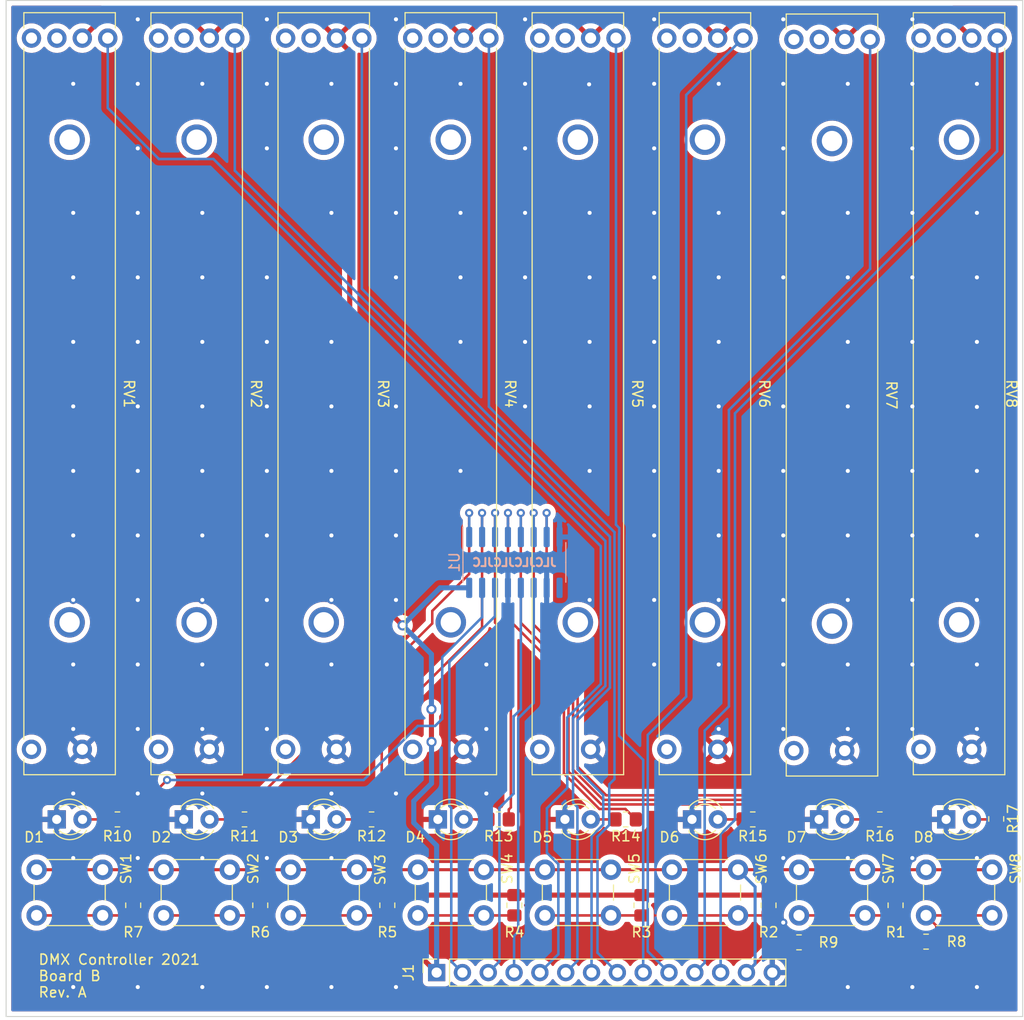
<source format=kicad_pcb>
(kicad_pcb (version 20210424) (generator pcbnew)
  (title_block (title "8 Channel DMX Controller Board 1") (rev "A") (comment 1 "Open source at GitHub: https://github.com/Gabriel-06/dmx-controller/") (comment 2 "Copyright 2021 Gabriel Csizmadia"))
  (layers (0 "F.Cu" signal) (31 "B.Cu" signal) (34 "B.Paste" user) (35 "F.Paste" user) (36 "B.SilkS" user "B.Silkscreen") (37 "F.SilkS" user "F.Silkscreen") (38 "B.Mask" user) (39 "F.Mask" user) (44 "Edge.Cuts" user))
  (net 0 "")
  (net 1 "Net-(D1-Pad2)")
  (net 2 "GND")
  (net 3 "Net-(D2-Pad2)")
  (net 4 "Net-(D3-Pad2)")
  (net 5 "Net-(D4-Pad2)")
  (net 6 "Net-(D5-Pad2)")
  (net 7 "Net-(D6-Pad2)")
  (net 8 "Net-(D7-Pad2)")
  (net 9 "Net-(D8-Pad2)")
  (net 10 "Net-(R1-Pad2)")
  (net 11 "+5V")
  (net 12 "Net-(R2-Pad2)")
  (net 13 "Net-(R3-Pad2)")
  (net 14 "Net-(R4-Pad2)")
  (net 15 "Net-(R8-Pad2)")
  (net 16 "A8")
  (net 17 "A0")
  (net 18 "A1")
  (net 19 "A2")
  (net 20 "A3")
  (net 21 "A4")
  (net 22 "A5")
  (net 23 "A6")
  (net 24 "A7")
  (net 25 "RCLK")
  (net 26 "Net-(R5-Pad2)")
  (net 27 "SRCLK")
  (net 28 "SER")
  (net 29 "LED0")
  (net 30 "LED1")
  (net 31 "LED2")
  (net 32 "LED3")
  (net 33 "LED4")
  (net 34 "LED5")
  (net 35 "LED6")
  (net 36 "LED7")
  (net 37 "Net-(R6-Pad2)")
  (net 38 "Net-(R7-Pad2)")
  (footprint "Potentiometer_THT:Potentiometer_Alps_RS6011SP" (layer "F.Cu") (at 290.745 106.7 -90)
    (fp_text reference "RV6")
    (fp_text value "Fader 5")
  )
  (footprint "Resistor_SMD:R_0805_2012Metric_Pad1.20x1.40mm_HandSolder" (layer "F.Cu") (at 319.4 148.55 -90)
    (fp_text reference "R17")
    (fp_text value "120")
  )
  (footprint "Potentiometer_THT:Potentiometer_Alps_RS6011SP" (layer "F.Cu") (at 315.745 106.7 -90)
    (fp_text reference "RV8")
    (fp_text value "Fader 7")
  )
  (footprint "Potentiometer_THT:Potentiometer_Alps_RS6011SP" (layer "F.Cu") (at 240.745 106.7 -90)
    (fp_text reference "RV2")
    (fp_text value "Fader 1")
  )
  (footprint "Potentiometer_THT:Potentiometer_Alps_RS6011SP" (layer "F.Cu") (at 265.745 106.7 -90)
    (fp_text reference "RV4")
    (fp_text value "Fader 3")
  )
  (footprint "Potentiometer_THT:Potentiometer_Alps_RS6011SP" (layer "F.Cu") (at 303.245 106.83 -90)
    (fp_text reference "RV7")
    (fp_text value "Fader 6")
  )
  (footprint "Button_Switch_THT:SW_PUSH_6mm_H13mm" (layer "F.Cu") (at 275 153.55)
    (fp_text reference "SW5")
    (fp_text value "Button 4")
  )
  (footprint "Button_Switch_THT:SW_PUSH_6mm_H13mm" (layer "F.Cu") (at 300 153.55)
    (fp_text reference "SW7")
    (fp_text value "Button 6")
  )
  (footprint "Resistor_SMD:R_0805_2012Metric_Pad1.20x1.40mm_HandSolder" (layer "F.Cu") (at 259.5 157.05 -90)
    (fp_text reference "R3")
    (fp_text value "3k")
  )
  (footprint "Resistor_SMD:R_0805_2012Metric_Pad1.20x1.40mm_HandSolder" (layer "F.Cu") (at 309.5 157.05 -90)
    (fp_text reference "R7")
    (fp_text value "7k")
  )
  (footprint "Resistor_SMD:R_0805_2012Metric_Pad1.20x1.40mm_HandSolder" (layer "F.Cu") (at 300 160.7)
    (fp_text reference "R9")
    (fp_text value "100k")
  )
  (footprint "Resistor_SMD:R_0805_2012Metric_Pad1.20x1.40mm_HandSolder" (layer "F.Cu") (at 247 157.05 -90)
    (fp_text reference "R2")
    (fp_text value "2k")
  )
  (footprint "Resistor_SMD:R_0805_2012Metric_Pad1.20x1.40mm_HandSolder" (layer "F.Cu") (at 272 157.05 -90)
    (fp_text reference "R4")
    (fp_text value "4k")
  )
  (footprint "Button_Switch_THT:SW_PUSH_6mm_H13mm" (layer "F.Cu") (at 237.5 153.55)
    (fp_text reference "SW2")
    (fp_text value "Button 1")
  )
  (footprint "Connector_PinSocket_2.54mm:PinSocket_1x14_P2.54mm_Vertical" (layer "F.Cu") (at 264.35 163.675 90)
    (fp_text reference "J1")
    (fp_text value "Conn_01x14")
  )
  (footprint "Button_Switch_THT:SW_PUSH_6mm_H13mm" (layer "F.Cu") (at 287.5 153.55)
    (fp_text reference "SW6")
    (fp_text value "Button 5")
  )
  (footprint "Resistor_SMD:R_0805_2012Metric_Pad1.20x1.40mm_HandSolder" (layer "F.Cu") (at 284.5 157.05 -90)
    (fp_text reference "R5")
    (fp_text value "5k")
  )
  (footprint "LED_THT:LED_D3.0mm" (layer "F.Cu") (at 289.475 148.6)
    (fp_text reference "D6")
    (fp_text value "LED 5")
  )
  (footprint "Button_Switch_THT:SW_PUSH_6mm_H13mm" (layer "F.Cu") (at 225 153.55)
    (fp_text reference "SW1")
    (fp_text value "Button 0")
  )
  (footprint "LED_THT:LED_D3.0mm" (layer "F.Cu") (at 301.975 148.6)
    (fp_text reference "D7")
    (fp_text value "LED 6")
  )
  (footprint "LED_THT:LED_D3.0mm" (layer "F.Cu") (at 251.975 148.6)
    (fp_text reference "D3")
    (fp_text value "LED 2")
  )
  (footprint "LED_THT:LED_D3.0mm" (layer "F.Cu") (at 226.975 148.6)
    (fp_text reference "D1")
    (fp_text value "LED 0")
  )
  (footprint "Resistor_SMD:R_0805_2012Metric_Pad1.20x1.40mm_HandSolder" (layer "F.Cu") (at 282.95 148.6 180)
    (fp_text reference "R14")
    (fp_text value "120")
  )
  (footprint "Resistor_SMD:R_0805_2012Metric_Pad1.20x1.40mm_HandSolder" (layer "F.Cu") (at 295.45 148.6 180)
    (fp_text reference "R15")
    (fp_text value "120")
  )
  (footprint "Resistor_SMD:R_0805_2012Metric_Pad1.20x1.40mm_HandSolder" (layer "F.Cu") (at 257.95 148.6 180)
    (fp_text reference "R12")
    (fp_text value "120")
  )
  (footprint "Resistor_SMD:R_0805_2012Metric_Pad1.20x1.40mm_HandSolder" (layer "F.Cu") (at 312.5 160.63)
    (fp_text reference "R8")
    (fp_text value "8k")
  )
  (footprint "Resistor_SMD:R_0805_2012Metric_Pad1.20x1.40mm_HandSolder" (layer "F.Cu") (at 270.45 148.6 180)
    (fp_text reference "R13")
    (fp_text value "120")
  )
  (footprint "LED_THT:LED_D3.0mm" (layer "F.Cu") (at 264.475 148.6)
    (fp_text reference "D4")
    (fp_text value "LED 3")
  )
  (footprint "Button_Switch_THT:SW_PUSH_6mm_H13mm" (layer "F.Cu") (at 262.5 153.55)
    (fp_text reference "SW4")
    (fp_text value "Button 3")
  )
  (footprint "Button_Switch_THT:SW_PUSH_6mm_H13mm" (layer "F.Cu") (at 250 153.55)
    (fp_text reference "SW3")
    (fp_text value "Button 2")
  )
  (footprint "Resistor_SMD:R_0805_2012Metric_Pad1.20x1.40mm_HandSolder" (layer "F.Cu") (at 234.5 157.05 -90)
    (fp_text reference "R1")
    (fp_text value "1k")
  )
  (footprint "Resistor_SMD:R_0805_2012Metric_Pad1.20x1.40mm_HandSolder" (layer "F.Cu") (at 307.95 148.6 180)
    (fp_text reference "R16")
    (fp_text value "120")
  )
  (footprint "Resistor_SMD:R_0805_2012Metric_Pad1.20x1.40mm_HandSolder" (layer "F.Cu") (at 297 157.05 -90)
    (fp_text reference "R6")
    (fp_text value "6k")
  )
  (footprint "LED_THT:LED_D3.0mm" (layer "F.Cu") (at 314.475 148.6)
    (fp_text reference "D8")
    (fp_text value "LED 7")
  )
  (footprint "LED_THT:LED_D3.0mm" (layer "F.Cu") (at 276.975 148.6)
    (fp_text reference "D5")
    (fp_text value "LED 4")
  )
  (footprint "Potentiometer_THT:Potentiometer_Alps_RS6011SP" (layer "F.Cu") (at 253.245 106.7 -90)
    (fp_text reference "RV3")
    (fp_text value "Fader 2")
  )
  (footprint "LED_THT:LED_D3.0mm" (layer "F.Cu") (at 239.475 148.6)
    (fp_text reference "D2")
    (fp_text value "LED 1")
  )
  (footprint "Potentiometer_THT:Potentiometer_Alps_RS6011SP" (layer "F.Cu") (at 228.245 106.7 -90)
    (fp_text reference "RV1")
    (fp_text value "Fader 0")
  )
  (footprint "Potentiometer_THT:Potentiometer_Alps_RS6011SP" (layer "F.Cu") (at 278.245 106.7 -90)
    (fp_text reference "RV5")
    (fp_text value "Fader 4")
  )
  (footprint "Resistor_SMD:R_0805_2012Metric_Pad1.20x1.40mm_HandSolder" (layer "F.Cu") (at 232.95 148.6 180)
    (fp_text reference "R10")
    (fp_text value "120")
  )
  (footprint "Button_Switch_THT:SW_PUSH_6mm_H13mm" (layer "F.Cu") (at 312.5 153.55)
    (fp_text reference "SW8")
    (fp_text value "Button 7")
  )
  (footprint "Resistor_SMD:R_0805_2012Metric_Pad1.20x1.40mm_HandSolder" (layer "F.Cu") (at 245.45 148.6 180)
    (fp_text reference "R11")
    (fp_text value "120")
  )
  (footprint "Package_SO:SOP-16_3.9x9.9mm_P1.27mm" (layer "B.Cu") (at 272 123.305 -90)
    (fp_text reference "U1")
    (fp_text value "74HC595")
  )
  (gr_line (start 222 68) (end 222 168) (layer "Edge.Cuts") (width 0.1))
  (gr_line (start 322 68) (end 322 168) (layer "Edge.Cuts") (width 0.1))
  (gr_line (start 222 68) (end 322 68) (layer "Edge.Cuts") (width 0.1))
  (gr_line (start 322 168) (end 222 168) (layer "Edge.Cuts") (width 0.1))
  (gr_text "JLCJLCJLCJLC" (at 272 123.305) (layer "B.SilkS") (effects (font (size 0.8 0.8) (thickness 0.2)) (justify mirror)))
  (gr_text "\nDMX Controller 2021\nBoard B\nRev. A" (at 225.1 163.2) (layer "F.SilkS") (effects (font (size 1 1)) (justify left)))
  (segment (start 229.515 148.6) (end 231.95 148.6) (width 0.25) (layer "F.Cu") (net 1))
  (via (at 285.75 127) (size 0.8) (drill 0.4) (layers "F.Cu" "B.Cu") (net 2))
  (via (at 266.7 101.6) (size 0.8) (drill 0.4) (layers "F.Cu" "B.Cu") (net 2))
  (via (at 234.95 133.35) (size 0.8) (drill 0.4) (layers "F.Cu" "B.Cu") (net 2))
  (via (at 304.8 76.2) (size 0.8) (drill 0.4) (layers "F.Cu" "B.Cu") (net 2))
  (via (at 247.65 139.7) (size 0.8) (drill 0.4) (layers "F.Cu" "B.Cu") (net 2))
  (via (at 228.6 165.1) (size 0.8) (drill 0.4) (layers "F.Cu" "B.Cu") (net 2))
  (via (at 298.45 133.35) (size 0.8) (drill 0.4) (layers "F.Cu" "B.Cu") (net 2))
  (via (at 279.4 127) (size 0.8) (drill 0.4) (layers "F.Cu" "B.Cu") (net 2))
  (via (at 241.3 95.25) (size 0.8) (drill 0.4) (layers "F.Cu" "B.Cu") (net 2))
  (via (at 285.75 76.2) (size 0.8) (drill 0.4) (layers "F.Cu" "B.Cu") (net 2))
  (via (at 285.75 69.85) (size 0.8) (drill 0.4) (layers "F.Cu" "B.Cu") (net 2))
  (via (at 292.1 107.95) (size 0.8) (drill 0.4) (layers "F.Cu" "B.Cu") (net 2))
  (via (at 254 133.35) (size 0.8) (drill 0.4) (layers "F.Cu" "B.Cu") (net 2))
  (via (at 311.15 114.3) (size 0.8) (drill 0.4) (layers "F.Cu" "B.Cu") (net 2))
  (via (at 247.65 76.2) (size 0.8) (drill 0.4) (layers "F.Cu" "B.Cu") (net 2))
  (via (at 241.3 127) (size 0.8) (drill 0.4) (layers "F.Cu" "B.Cu") (net 2))
  (via (at 298.45 88.9) (size 0.8) (drill 0.4) (layers "F.Cu" "B.Cu") (net 2))
  (via (at 234.95 69.85) (size 0.8) (drill 0.4) (layers "F.Cu" "B.Cu") (net 2))
  (via (at 285.75 120.65) (size 0.8) (drill 0.4) (layers "F.Cu" "B.Cu") (net 2))
  (via (at 260.35 69.85) (size 0.8) (drill 0.4) (layers "F.Cu" "B.Cu") (net 2))
  (via (at 317.5 101.6) (size 0.8) (drill 0.4) (layers "F.Cu" "B.Cu") (net 2))
  (via (at 228.6 127) (size 0.8) (drill 0.4) (layers "F.Cu" "B.Cu") (net 2))
  (via (at 269.24 133.35) (size 0.8) (drill 0.4) (layers "F.Cu" "B.Cu") (net 2))
  (via (at 266.7 76.2) (size 0.8) (drill 0.4) (layers "F.Cu" "B.Cu") (net 2))
  (via (at 317.5 127) (size 0.8) (drill 0.4) (layers "F.Cu" "B.Cu") (net 2))
  (via (at 254 88.9) (size 0.8) (drill 0.4) (layers "F.Cu" "B.Cu") (net 2))
  (via (at 273.05 107.95) (size 0.8) (drill 0.4) (layers "F.Cu" "B.Cu") (net 2))
  (via (at 247.65 101.6) (size 0.8) (drill 0.4) (layers "F.Cu" "B.Cu") (net 2))
  (via (at 241.3 76.2) (size 0.8) (drill 0.4) (layers "F.Cu" "B.Cu") (net 2))
  (via (at 292.1 114.3) (size 0.8) (drill 0.4) (layers "F.Cu" "B.Cu") (net 2))
  (via (at 234.95 95.25) (size 0.8) (drill 0.4) (layers "F.Cu" "B.Cu") (net 2))
  (via (at 279.4 114.3) (size 0.8) (drill 0.4) (layers "F.Cu" "B.Cu") (net 2))
  (via (at 311.15 139.7) (size 0.8) (drill 0.4) (layers "F.Cu" "B.Cu") (net 2))
  (via (at 311.15 120.65) (size 0.8) (drill 0.4) (layers "F.Cu" "B.Cu") (net 2))
  (via (at 228.6 76.2) (size 0.8) (drill 0.4) (layers "F.Cu" "B.Cu") (net 2))
  (via (at 317.5 165.1) (size 0.8) (drill 0.4) (layers "F.Cu" "B.Cu") (net 2))
  (via (at 304.8 88.9) (size 0.8) (drill 0.4) (layers "F.Cu" "B.Cu") (net 2))
  (via (at 247.65 114.3) (size 0.8) (drill 0.4) (layers "F.Cu" "B.Cu") (net 2))
  (via (at 298.45 158.75) (size 0.8) (drill 0.4) (layers "F.Cu" "B.Cu") (net 2))
  (via (at 311.15 69.85) (size 0.8) (drill 0.4) (layers "F.Cu" "B.Cu") (net 2))
  (via (at 234.95 127) (size 0.8) (drill 0.4) (layers "F.Cu" "B.Cu") (net 2))
  (via (at 279.4 88.9) (size 0.8) (drill 0.4) (layers "F.Cu" "B.Cu") (net 2))
  (via (at 247.65 82.55) (size 0.8) (drill 0.4) (layers "F.Cu" "B.Cu") (net 2))
  (via (at 311.15 76.2) (size 0.8) (drill 0.4) (layers "F.Cu" "B.Cu") (net 2))
  (via (at 266.7 88.9) (size 0.8) (drill 0.4) (layers "F.Cu" "B.Cu") (net 2))
  (via (at 285.75 82.55) (size 0.8) (drill 0.4) (layers "F.Cu" "B.Cu") (net 2))
  (via (at 234.95 114.3) (size 0.8) (drill 0.4) (layers "F.Cu" "B.Cu") (net 2))
  (via (at 311.15 133.35) (size 0.8) (drill 0.4) (layers "F.Cu" "B.Cu") (net 2))
  (via (at 260.35 95.25) (size 0.8) (drill 0.4) (layers "F.Cu" "B.Cu") (net 2))
  (via (at 298.45 95.25) (size 0.8) (drill 0.4) (layers "F.Cu" "B.Cu") (net 2))
  (via (at 234.95 88.9) (size 0.8) (drill 0.4) (layers "F.Cu" "B.Cu") (net 2))
  (via (at 228.6 152.4) (size 0.8) (drill 0.4) (layers "F.Cu" "B.Cu") (net 2))
  (via (at 279.4 101.6) (size 0.8) (drill 0.4) (layers "F.Cu" "B.Cu") (net 2))
  (via (at 247.65 120.65) (size 0.8) (drill 0.4) (layers "F.Cu" "B.Cu") (net 2))
  (via (at 254 127) (size 0.8) (drill 0.4) (layers "F.Cu" "B.Cu") (net 2))
  (via (at 285.75 133.35) (size 0.8) (drill 0.4) (layers "F.Cu" "B.Cu") (net 2))
  (via (at 311.15 88.9) (size 0.8) (drill 0.4) (layers "F.Cu" "B.Cu") (net 2))
  (via (at 228.6 95.25) (size 0.8) (drill 0.4) (layers "F.Cu" "B.Cu") (net 2))
  (via (at 228.6 107.95) (size 0.8) (drill 0.4) (layers "F.Cu" "B.Cu") (net 2))
  (via (at 317.5 152.4) (size 0.8) (drill 0.4) (layers "F.Cu" "B.Cu") (net 2))
  (via (at 273.05 82.55) (size 0.8) (drill 0.4) (layers "F.Cu" "B.Cu") (net 2))
  (via (at 292.1 88.9) (size 0.8) (drill 0.4) (layers "F.Cu" "B.Cu") (net 2))
  (via (at 260.35 146.05) (size 0.8) (drill 0.4) (layers "F.Cu" "B.Cu") (net 2))
  (via (at 254 114.3) (size 0.8) (drill 0.4) (layers "F.Cu" "B.Cu") (net 2))
  (via (at 285.75 101.6) (size 0.8) (drill 0.4) (layers "F.Cu" "B.Cu") (net 2))
  (via (at 304.8 120.65) (size 0.8) (drill 0.4) (layers "F.Cu" "B.Cu") (net 2))
  (via (at 241.3 120.65) (size 0.8) (drill 0.4) (layers "F.Cu" "B.Cu") (net 2))
  (via (at 260.35 165.1) (size 0.8) (drill 0.4) (layers "F.Cu" "B.Cu") (net 2))
  (via (at 279.4 95.25) (size 0.8) (drill 0.4) (layers "F.Cu" "B.Cu") (net 2))
  (via (at 304.8 139.7) (size 0.8) (drill 0.4) (layers "F.Cu" "B.Cu") (net 2))
  (via (at 279.4 107.95) (size 0.8) (drill 0.4) (layers "F.Cu" "B.Cu") (net 2))
  (via (at 317.5 120.65) (size 0.8) (drill 0.4) (layers "F.Cu" "B.Cu") (net 2))
  (via (at 234.95 101.6) (size 0.8) (drill 0.4) (layers "F.Cu" "B.Cu") (net 2))
  (via (at 228.6 101.6) (size 0.8) (drill 0.4) (layers "F.Cu" "B.Cu") (net 2))
  (via (at 298.45 139.7) (size 0.8) (drill 0.4) (layers "F.Cu" "B.Cu") (net 2))
  (via (at 311.15 95.25) (size 0.8) (drill 0.4) (layers "F.Cu" "B.Cu") (net 2))
  (via (at 311.15 165.1) (size 0.8) (drill 0.4) (layers "F.Cu" "B.Cu") (net 2))
  (via (at 292.1 133.35) (size 0.8) (drill 0.4) (layers "F.Cu" "B.Cu") (net 2))
  (via (at 273.05 88.9) (size 0.8) (drill 0.4) (layers "F.Cu" "B.Cu") (net 2))
  (via (at 317.5 133.35) (size 0.8) (drill 0.4) (layers "F.Cu" "B.Cu") (net 2))
  (via (at 241.3 114.3) (size 0.8) (drill 0.4) (layers "F.Cu" "B.Cu") (net 2))
  (via (at 234.95 139.7) (size 0.8) (drill 0.4) (layers "F.Cu" "B.Cu") (net 2))
  (via (at 279.35 76.25) (size 0.8) (drill 0.4) (layers "F.Cu" "B.Cu") (net 2))
  (via (at 247.65 127) (size 0.8) (drill 0.4) (layers "F.Cu" "B.Cu") (net 2))
  (via (at 304.8 133.35) (size 0.8) (drill 0.4) (layers "F.Cu" "B.Cu") (net 2))
  (via (at 234.95 107.95) (size 0.8) (drill 0.4) (layers "F.Cu" "B.Cu") (net 2))
  (via (at 285.75 95.25) (size 0.8) (drill 0.4) (layers "F.Cu" "B.Cu") (net 2))
  (via (at 241.3 107.95) (size 0.8) (drill 0.4) (layers "F.Cu" "B.Cu") (net 2))
  (via (at 260.35 82.55) (size 0.8) (drill 0.4) (layers "F.Cu" "B.Cu") (net 2))
  (via (at 298.45 69.85) (size 0.8) (drill 0.4) (layers "F.Cu" "B.Cu") (net 2))
  (via (at 292.1 95.25) (size 0.8) (drill 0.4) (layers "F.Cu" "B.Cu") (net 2))
  (via (at 241.3 101.6) (size 0.8) (drill 0.4) (layers "F.Cu" "B.Cu") (net 2))
  (via (at 298.45 127) (size 0.8) (drill 0.4) (layers "F.Cu" "B.Cu") (net 2))
  (via (at 304.8 95.25) (size 0.8) (drill 0.4) (layers "F.Cu" "B.Cu") (net 2))
  (via (at 266.7 114.3) (size 0.8) (drill 0.4) (layers "F.Cu" "B.Cu") (net 2))
  (via (at 260.35 114.3) (size 0.8) (drill 0.4) (layers "F.Cu" "B.Cu") (net 2))
  (via (at 228.6 88.9) (size 0.8) (drill 0.4) (layers "F.Cu" "B.Cu") (net 2))
  (via (at 234.95 82.55) (size 0.8) (drill 0.4) (layers "F.Cu" "B.Cu") (net 2))
  (via (at 292.1 120.65) (size 0.8) (drill 0.4) (layers "F.Cu" "B.Cu") (net 2))
  (via (at 260.35 76.2) (size 0.8) (drill 0.4) (layers "F.Cu" "B.Cu") (net 2))
  (via (at 304.8 107.95) (size 0.8) (drill 0.4) (layers "F.Cu" "B.Cu") (net 2))
  (via (at 273.05 95.25) (size 0.8) (drill 0.4) (layers "F.Cu" "B.Cu") (net 2))
  (via (at 298.45 76.2) (size 0.8) (drill 0.4) (layers "F.Cu" "B.Cu") (net 2))
  (via (at 234.95 120.65) (size 0.8) (drill 0.4) (layers "F.Cu" "B.Cu") (net 2))
  (via (at 298.45 120.65) (size 0.8) (drill 0.4) (layers "F.Cu" "B.Cu") (net 2))
  (via (at 247.65 69.85) (size 0.8) (drill 0.4) (layers "F.Cu" "B.Cu") (net 2))
  (via (at 254 120.65) (size 0.8) (drill 0.4) (layers "F.Cu" "B.Cu") (net 2))
  (via (at 241.3 133.35) (size 0.8) (drill 0.4) (layers "F.Cu" "B.Cu") (net 2))
  (via (at 269.24 139.7) (size 0.8) (drill 0.4) (layers "F.Cu" "B.Cu") (net 2))
  (via (at 317.5 95.25) (size 0.8) (drill 0.4) (layers "F.Cu" "B.Cu") (net 2))
  (via (at 234.95 146.05) (size 0.8) (drill 0.4) (layers "F.Cu" "B.Cu") (net 2))
  (via (at 273.05 101.6) (size 0.8) (drill 0.4) (layers "F.Cu" "B.Cu") (net 2))
  (via (at 292.1 139.7) (size 0.8) (drill 0.4) (layers "F.Cu" "B.Cu") (net 2))
  (via (at 234.95 76.2) (size 0.8) (drill 0.4) (layers "F.Cu" "B.Cu") (net 2))
  (via (at 311.15 107.95) (size 0.8) (drill 0.4) (layers "F.Cu" "B.Cu") (net 2))
  (via (at 273.05 69.85) (size 0.8) (drill 0.4) (layers "F.Cu" "B.Cu") (net 2))
  (via (at 260.35 88.9) (size 0.8) (drill 0.4) (layers "F.Cu" "B.Cu") (net 2))
  (via (at 234.95 152.4) (size 0.8) (drill 0.4) (layers "F.Cu" "B.Cu") (net 2))
  (via (at 311.15 82.55) (size 0.8) (drill 0.4) (layers "F.Cu" "B.Cu") (net 2))
  (via (at 228.6 133.35) (size 0.8) (drill 0.4) (layers "F.Cu" "B.Cu") (net 2))
  (via (at 298.45 114.3) (size 0.8) (drill 0.4) (layers "F.Cu" "B.Cu") (net 2))
  (via (at 228.6 146.05) (size 0.8) (drill 0.4) (layers "F.Cu" "B.Cu") (net 2))
  (via (at 247.65 107.95) (size 0.8) (drill 0.4) (layers "F.Cu" "B.Cu") (net 2))
  (via (at 241.3 88.9) (size 0.8) (drill 0.4) (layers "F.Cu" "B.Cu") (net 2))
  (via (at 317.5 88.9) (size 0.8) (drill 0.4) (layers "F.Cu" "B.Cu") (net 2))
  (via (at 247.65 152.4) (size 0.8) (drill 0.4) (layers "F.Cu" "B.Cu") (net 2))
  (via (at 304.8 165.1) (size 0.8) (drill 0.4) (layers "F.Cu" "B.Cu") (net 2))
  (via (at 260.35 107.95) (size 0.8) (drill 0.4) (layers "F.Cu" "B.Cu") (net 2))
  (via (at 247.65 133.35) (size 0.8) (drill 0.4) (layers "F.Cu" "B.Cu") (net 2))
  (via (at 241.3 139.7) (size 0.8) (drill 0.4) (layers "F.Cu" "B.Cu") (net 2))
  (via (at 273.05 76.2) (size 0.8) (drill 0.4) (layers "F.Cu" "B.Cu") (net 2))
  (via (at 304.8 152.4) (size 0.8) (drill 0.4) (layers "F.Cu" "B.Cu") (net 2))
  (via (at 317.5 76.2) (size 0.8) (drill 0.4) (layers "F.Cu" "B.Cu") (net 2))
  (via (at 311.15 127) (size 0.8) (drill 0.4) (layers "F.Cu" "B.Cu") (net 2))
  (via (at 311.15 101.6) (size 0.8) (drill 0.4) (layers "F.Cu" "B.Cu") (net 2))
  (via (at 234.95 165.1) (size 0.8) (drill 0.4) (layers "F.Cu" "B.Cu") (net 2))
  (via (at 298.45 152.4) (size 0.8) (drill 0.4) (layers "F.Cu" "B.Cu") (net 2))
  (via (at 317.5 139.7) (size 0.8) (drill 0.4) (layers "F.Cu" "B.Cu") (net 2))
  (via (at 254 165.1) (size 0.8) (drill 0.4) (layers "F.Cu" "B.Cu") (net 2))
  (via (at 228.6 139.7) (size 0.8) (drill 0.4) (layers "F.Cu" "B.Cu") (net 2))
  (via (at 292.1 127) (size 0.8) (drill 0.4) (layers "F.Cu" "B.Cu") (net 2))
  (via (at 317.5 108) (size 0.8) (drill 0.4) (layers "F.Cu" "B.Cu") (net 2))
  (via (at 254 76.2) (size 0.8) (drill 0.4) (layers "F.Cu" "B.Cu") (net 2))
  (via (at 292.1 101.6) (size 0.8) (drill 0.4) (layers "F.Cu" "B.Cu") (net 2))
  (via (at 241.3 152.4) (size 0.8) (drill 0.4) (layers "F.Cu" "B.Cu") (net 2))
  (via (at 260.35 127) (size 0.8) (drill 0.4) (layers "F.Cu" "B.Cu") (net 2))
  (via (at 254 101.6) (size 0.8) (drill 0.4) (layers "F.Cu" "B.Cu") (net 2))
  (via (at 247.65 95.25) (size 0.8) (drill 0.4) (layers "F.Cu" "B.Cu") (net 2))
  (via (at 285.75 88.9) (size 0.8) (drill 0.4) (layers "F.Cu" "B.Cu") (net 2))
  (via (at 241.3 165.1) (size 0.8) (drill 0.4) (layers "F.Cu" "B.Cu") (net 2))
  (via (at 304.8 114.3) (size 0.8) (drill 0.4) (layers "F.Cu" "B.Cu") (net 2))
  (via (at 311.15 152.4) (size 0.8) (drill 0.4) (layers "F.Cu" "B.Cu") (net 2))
  (via (at 254 152.4) (size 0.8) (drill 0.4) (layers "F.Cu" "B.Cu") (net 2))
  (via (at 304.8 101.6) (size 0.8) (drill 0.4) (layers "F.Cu" "B.Cu") (net 2))
  (via (at 228.6 120.65) (size 0.8) (drill 0.4) (layers "F.Cu" "B.Cu") (net 2))
  (via (at 292.1 76.2) (size 0.8) (drill 0.4) (layers "F.Cu" "B.Cu") (net 2))
  (via (at 254 146.05) (size 0.8) (drill 0.4) (layers "F.Cu" "B.Cu") (net 2))
  (via (at 298.45 82.55) (size 0.8) (drill 0.4) (layers "F.Cu" "B.Cu") (net 2))
  (via (at 317.5 114.3) (size 0.8) (drill 0.4) (layers "F.Cu" "B.Cu") (net 2))
  (via (at 304.8 127) (size 0.8) (drill 0.4) (layers "F.Cu" "B.Cu") (net 2))
  (via (at 285.75 114.3) (size 0.8) (drill 0.4) (layers "F.Cu" "B.Cu") (net 2))
  (via (at 260.35 120.65) (size 0.8) (drill 0.4) (layers "F.Cu" "B.Cu") (net 2))
  (via (at 254 107.95) (size 0.8) (drill 0.4) (layers "F.Cu" "B.Cu") (net 2))
  (via (at 266.7 95.25) (size 0.8) (drill 0.4) (layers "F.Cu" "B.Cu") (net 2))
  (via (at 228.6 114.3) (size 0.8) (drill 0.4) (layers "F.Cu" "B.Cu") (net 2))
  (via (at 247.65 165.1) (size 0.8) (drill 0.4) (layers "F.Cu" "B.Cu") (net 2))
  (via (at 269.24 146.05) (size 0.8) (drill 0.4) (layers "F.Cu" "B.Cu") (net 2))
  (via (at 285.75 107.95) (size 0.8) (drill 0.4) (layers "F.Cu" "B.Cu") (net 2))
  (via (at 241.3 146.05) (size 0.8) (drill 0.4) (layers "F.Cu" "B.Cu") (net 2))
  (via (at 298.45 107.95) (size 0.8) (drill 0.4) (layers "F.Cu" "B.Cu") (net 2))
  (segment (start 242.015 148.6) (end 244.45 148.6) (width 0.25) (layer "F.Cu") (net 3))
  (segment (start 256.95 148.6) (end 254.515 148.6) (width 0.25) (layer "F.Cu") (net 4))
  (segment (start 269.45 148.6) (end 267.015 148.6) (width 0.25) (layer "F.Cu") (net 5))
  (segment (start 279.515 148.6) (end 281.95 148.6) (width 0.25) (layer "F.Cu") (net 6))
  (segment (start 294.45 148.6) (end 292.015 148.6) (width 0.25) (layer "F.Cu") (net 7))
  (segment (start 306.95 148.6) (end 304.515 148.6) (width 0.25) (layer "F.Cu") (net 8))
  (segment (start 317.015 148.6) (end 318.45 148.6) (width 0.25) (layer "F.Cu") (net 9))
  (segment (start 318.45 148.6) (end 319.4 149.55) (width 0.25) (layer "F.Cu") (net 9))
  (segment (start 234.5 158.05) (end 225 158.05) (width 0.25) (layer "F.Cu") (net 10))
  (segment (start 310.64952 159.25048) (end 310.64952 159.77952) (width 0.5) (layer "F.Cu") (net 11))
  (segment (start 263.84 140.96) (end 263.85 140.97) (width 0.5) (layer "F.Cu") (net 11))
  (segment (start 309.5 156.05) (end 310.64952 157.19952) (width 0.5) (layer "F.Cu") (net 11))
  (segment (start 279.495 71.7) (end 276.795489 69.000489) (width 0.5) (layer "F.Cu") (net 11))
  (segment (start 234.5 156.05) (end 247 156.05) (width 0.5) (layer "F.Cu") (net 11))
  (segment (start 260.64952 159.97452) (end 264.35 163.675) (width 0.5) (layer "F.Cu") (net 11))
  (segment (start 251.795489 69.000489) (end 244.694511 69.000489) (width 0.5) (layer "F.Cu") (net 11))
  (segment (start 241.995 71.7) (end 239.295489 69.000489) (width 0.5) (layer "F.Cu") (net 11))
  (segment (start 255.8 73.005) (end 255.8 124.3) (width 0.5) (layer "F.Cu") (net 11))
  (segment (start 314.295489 69.000489) (end 307.324511 69.000489) (width 0.5) (layer "F.Cu") (net 11))
  (segment (start 259.5 156.05) (end 260.64952 157.19952) (width 0.5) (layer "F.Cu") (net 11))
  (segment (start 310.64952 159.77952) (end 311.5 160.63) (width 0.5) (layer "F.Cu") (net 11))
  (segment (start 255.8 124.3) (end 261 129.5) (width 0.5) (layer "F.Cu") (net 11))
  (segment (start 259.5 156.05) (end 272 156.05) (width 0.5) (layer "F.Cu") (net 11))
  (segment (start 244.694511 69.000489) (end 241.995 71.7) (width 0.5) (layer "F.Cu") (net 11))
  (segment (start 284.5 156.05) (end 297 156.05) (width 0.5) (layer "F.Cu") (net 11))
  (segment (start 310.64952 157.19952) (end 310.64952 159.25048) (width 0.5) (layer "F.Cu") (net 11))
  (segment (start 239.295489 69.000489) (end 232.194511 69.000489) (width 0.5) (layer "F.Cu") (net 11))
  (segment (start 294.694511 69.000489) (end 291.995 71.7) (width 0.5) (layer "F.Cu") (net 11))
  (segment (start 316.995 71.7) (end 314.295489 69.000489) (width 0.5) (layer "F.Cu") (net 11))
  (segment (start 289.295489 69.000489) (end 282.194511 69.000489) (width 0.5) (layer "F.Cu") (net 11))
  (segment (start 291.995 71.7) (end 289.295489 69.000489) (width 0.5) (layer "F.Cu") (net 11))
  (segment (start 257.194511 69.000489) (end 254.495 71.7) (width 0.5) (layer "F.Cu") (net 11))
  (segment (start 254.495 71.7) (end 255.8 73.005) (width 0.5) (layer "F.Cu") (net 11))
  (segment (start 307.324511 69.000489) (end 304.495 71.83) (width 0.5) (layer "F.Cu") (net 11))
  (segment (start 269.694511 69.000489) (end 266.995 71.7) (width 0.5) (layer "F.Cu") (net 11))
  (segment (start 282.194511 69.000489) (end 279.495 71.7) (width 0.5) (layer "F.Cu") (net 11))
  (segment (start 266.995 71.7) (end 264.295489 69.000489) (width 0.5) (layer "F.Cu") (net 11))
  (segment (start 297 156.05) (end 309.5 156.05) (width 0.5) (layer "F.Cu") (net 11))
  (segment (start 276.795489 69.000489) (end 269.694511 69.000489) (width 0.5) (layer "F.Cu") (net 11))
  (segment (start 304.495 71.83) (end 301.665489 69.000489) (width 0.5) (layer "F.Cu") (net 11))
  (segment (start 272 156.05) (end 284.5 156.05) (width 0.5) (layer "F.Cu") (net 11))
  (segment (start 260.64952 157.19952) (end 260.64952 159.97452) (width 0.5) (layer "F.Cu") (net 11))
  (segment (start 301.665489 69.000489) (end 294.694511 69.000489) (width 0.5) (layer "F.Cu") (net 11))
  (segment (start 232.194511 69.000489) (end 229.495 71.7) (width 0.5) (layer "F.Cu") (net 11))
  (segment (start 247 156.05) (end 259.5 156.05) (width 0.5) (layer "F.Cu") (net 11))
  (segment (start 263.84 137.75) (end 263.84 140.96) (width 0.5) (layer "F.Cu") (net 11))
  (segment (start 254.495 71.7) (end 251.795489 69.000489) (width 0.5) (layer "F.Cu") (net 11))
  (segment (start 264.295489 69.000489) (end 257.194511 69.000489) (width 0.5) (layer "F.Cu") (net 11))
  (via (at 263.85 140.97) (size 1) (drill 0.6) (layers "F.Cu" "B.Cu") (net 11))
  (via (at 261 129.5) (size 1) (drill 0.6) (layers "F.Cu" "B.Cu") (net 11))
  (via (at 263.84 137.75) (size 1) (drill 0.6) (layers "F.Cu" "B.Cu") (net 11))
  (segment (start 262.1 148.924022) (end 264.35 151.174022) (width 0.5) (layer "B.Cu") (net 11))
  (segment (start 263.84 137.75) (end 263.84 132.34) (width 0.5) (layer "B.Cu") (net 11))
  (segment (start 261 129.5) (end 264.695 125.805) (width 0.5) (layer "B.Cu") (net 11))
  (segment (start 262.1 146.8) (end 262.1 148.924022) (width 0.5) (layer "B.Cu") (net 11))
  (segment (start 263.85 145.05) (end 262.1 146.8) (width 0.5) (layer "B.Cu") (net 11))
  (segment (start 264.35 151.174022) (end 264.35 163.675) (width 0.5) (layer "B.Cu") (net 11))
  (segment (start 264.695 125.805) (end 267.555 125.805) (width 0.5) (layer "B.Cu") (net 11))
  (segment (start 263.84 132.34) (end 261 129.5) (width 0.5) (layer "B.Cu") (net 11))
  (segment (start 263.85 140.97) (end 263.85 145.05) (width 0.5) (layer "B.Cu") (net 11))
  (segment (start 247 158.05) (end 237.5 158.05) (width 0.25) (layer "F.Cu") (net 12))
  (segment (start 259.5 158.05) (end 250 158.05) (width 0.25) (layer "F.Cu") (net 13))
  (segment (start 272 158.05) (end 262.5 158.05) (width 0.25) (layer "F.Cu") (net 14))
  (segment (start 312.5 158.05) (end 313.5 159.05) (width 0.25) (layer "F.Cu") (net 15))
  (segment (start 319 158.05) (end 312.5 158.05) (width 0.25) (layer "F.Cu") (net 15))
  (segment (start 313.5 159.05) (end 313.5 160.63) (width 0.25) (layer "F.Cu") (net 15))
  (segment (start 299 160.7) (end 297.805 160.7) (width 0.3) (layer "F.Cu") (net 16))
  (segment (start 312.5 153.55) (end 319 153.55) (width 0.3) (layer "F.Cu") (net 16))
  (segment (start 287.5 153.55) (end 294 153.55) (width 0.3) (layer "F.Cu") (net 16))
  (segment (start 281.5 153.55) (end 287.5 153.55) (width 0.3) (layer "F.Cu") (net 16))
  (segment (start 306.5 153.55) (end 312.5 153.55) (width 0.3) (layer "F.Cu") (net 16))
  (segment (start 300 153.55) (end 306.5 153.55) (width 0.3) (layer "F.Cu") (net 16))
  (segment (start 262.5 153.55) (end 269 153.55) (width 0.3) (layer "F.Cu") (net 16))
  (segment (start 294 153.55) (end 300 153.55) (width 0.3) (layer "F.Cu") (net 16))
  (segment (start 250 153.55) (end 256.5 153.55) (width 0.3) (layer "F.Cu") (net 16))
  (segment (start 297.805 160.7) (end 294.83 163.675) (width 0.3) (layer "F.Cu") (net 16))
  (segment (start 237.5 153.55) (end 244 153.55) (width 0.3) (layer "F.Cu") (net 16))
  (segment (start 250 153.55) (end 244 153.55) (width 0.3) (layer "F.Cu") (net 16))
  (segment (start 231.5 153.55) (end 237.5 153.55) (width 0.3) (layer "F.Cu") (net 16))
  (segment (start 256.5 153.55) (end 262.5 153.55) (width 0.3) (layer "F.Cu") (net 16))
  (segment (start 269 153.55) (end 275 153.55) (width 0.3) (layer "F.Cu") (net 16))
  (segment (start 275 153.55) (end 281.5 153.55) (width 0.3) (layer "F.Cu") (net 16))
  (segment (start 225 153.55) (end 231.5 153.55) (width 0.3) (layer "F.Cu") (net 16))
  (segment (start 295.68 162.825) (end 294.83 163.675) (width 0.3) (layer "B.Cu") (net 16))
  (segment (start 294 153.55) (end 295.68 155.23) (width 0.3) (layer "B.Cu") (net 16))
  (segment (start 295.68 155.23) (end 295.68 162.825) (width 0.3) (layer "B.Cu") (net 16))
  (segment (start 231.995 71.7) (end 231.995 78.570386) (width 0.25) (layer "B.Cu") (net 17))
  (segment (start 276.324511 161.860489) (end 274.51 163.675) (width 0.25) (layer "B.Cu") (net 17))
  (segment (start 231.995 78.570386) (end 237.024614 83.6) (width 0.25) (layer "B.Cu") (net 17))
  (segment (start 280.5 121.71) (end 280.5 135.268117) (width 0.25) (layer "B.Cu") (net 17))
  (segment (start 275.2 151.876858) (end 276.324511 153.001368) (width 0.25) (layer "B.Cu") (net 17))
  (segment (start 276.324511 153.001368) (end 276.324511 161.860489) (width 0.25) (layer "B.Cu") (net 17))
  (segment (start 237.024614 83.6) (end 242.39 83.6) (width 0.25) (layer "B.Cu") (net 17))
  (segment (start 277.2 145.5) (end 275.2 147.5) (width 0.25) (layer "B.Cu") (net 17))
  (segment (start 277.2 138.568117) (end 277.2 145.5) (width 0.25) (layer "B.Cu") (net 17))
  (segment (start 275.2 147.5) (end 275.2 151.876858) (width 0.25) (layer "B.Cu") (net 17))
  (segment (start 280.5 135.268117) (end 277.2 138.568117) (width 0.25) (layer "B.Cu") (net 17))
  (segment (start 242.39 83.6) (end 280.5 121.71) (width 0.25) (layer "B.Cu") (net 17))
  (segment (start 277.05 163.675) (end 278.2 162.525) (width 0.25) (layer "B.Cu") (net 18))
  (segment (start 278.2 147.375978) (end 277.770969 146.946947) (width 0.25) (layer "B.Cu") (net 18))
  (segment (start 244.495 84.739282) (end 244.495 71.7) (width 0.25) (layer "B.Cu") (net 18))
  (segment (start 277.770969 138.632865) (end 280.94952 135.454314) (width 0.25) (layer "B.Cu") (net 18))
  (segment (start 280.94952 135.454314) (end 280.94952 121.193802) (width 0.25) (layer "B.Cu") (net 18))
  (segment (start 278.2 162.525) (end 278.2 147.375978) (width 0.25) (layer "B.Cu") (net 18))
  (segment (start 280.94952 121.193802) (end 244.495 84.739282) (width 0.25) (layer "B.Cu") (net 18))
  (segment (start 277.770969 146.946947) (end 277.770969 138.632865) (width 0.25) (layer "B.Cu") (net 18))
  (segment (start 280.739511 146.20048) (end 278.220489 143.681458) (width 0.25) (layer "B.Cu") (net 19))
  (segment (start 278.220489 138.819063) (end 281.39904 135.640511) (width 0.25) (layer "B.Cu") (net 19))
  (segment (start 280.739511 149.10721) (end 280.739511 146.20048) (width 0.25) (layer "B.Cu") (net 19))
  (segment (start 281.39904 135.640511) (end 281.39904 120.77904) (width 0.25) (layer "B.Cu") (net 19))
  (segment (start 278.220489 143.681458) (end 278.220489 138.819063) (width 0.25) (layer "B.Cu") (net 19))
  (segment (start 279.59 150.256721) (end 280.739511 149.10721) (width 0.25) (layer "B.Cu") (net 19))
  (segment (start 256.995 96.375) (end 256.995 71.7) (width 0.25) (layer "B.Cu") (net 19))
  (segment (start 279.59 163.675) (end 279.59 150.256721) (width 0.25) (layer "B.Cu") (net 19))
  (segment (start 281.39904 120.77904) (end 256.995 96.375) (width 0.25) (layer "B.Cu") (net 19))
  (segment (start 281.84856 144.62856) (end 281.84856 120.35144) (width 0.25) (layer "B.Cu") (net 20))
  (segment (start 280.175489 150.30695) (end 281.33 149.152439) (width 0.25) (layer "B.Cu") (net 20))
  (segment (start 281.33 149.152439) (end 281.33 145.14712) (width 0.25) (layer "B.Cu") (net 20))
  (segment (start 281.33 145.14712) (end 281.84856 144.62856) (width 0.25) (layer "B.Cu") (net 20))
  (segment (start 280.175489 161.720489) (end 280.175489 150.30695) (width 0.25) (layer "B.Cu") (net 20))
  (segment (start 281.84856 120.35144) (end 281.86 120.34) (width 0.25) (layer "B.Cu") (net 20))
  (segment (start 269.495 107.975) (end 269.495 71.7) (width 0.25) (layer "B.Cu") (net 20))
  (segment (start 282.13 163.675) (end 280.175489 161.720489) (width 0.25) (layer "B.Cu") (net 20))
  (segment (start 281.86 120.34) (end 269.495 107.975) (width 0.25) (layer "B.Cu") (net 20))
  (segment (start 284.67 142.738117) (end 282.29808 140.366197) (width 0.25) (layer "B.Cu") (net 21))
  (segment (start 282.29808 140.366197) (end 282.29808 134.30192) (width 0.25) (layer "B.Cu") (net 21))
  (segment (start 281.995 119.595) (end 282.30952 119.90952) (width 0.25) (layer "B.Cu") (net 21))
  (segment (start 281.995 71.7) (end 281.995 119.595) (width 0.25) (layer "B.Cu") (net 21))
  (segment (start 282.29808 134.30192) (end 282.29808 120.50192) (width 0.25) (layer "B.Cu") (net 21))
  (segment (start 282.30952 119.90952) (end 282.30952 120.50192) (width 0.25) (layer "B.Cu") (net 21))
  (segment (start 284.67 163.675) (end 284.67 142.738117) (width 0.25) (layer "B.Cu") (net 21))
  (segment (start 285.11952 161.58452) (end 285.11952 140.287637) (width 0.25) (layer "B.Cu") (net 22))
  (segment (start 288.9 136.507157) (end 288.9 77.295) (width 0.25) (layer "B.Cu") (net 22))
  (segment (start 285.11952 140.287637) (end 288.9 136.507157) (width 0.25) (layer "B.Cu") (net 22))
  (segment (start 287.21 163.675) (end 285.11952 161.58452) (width 0.25) (layer "B.Cu") (net 22))
  (segment (start 288.9 77.295) (end 294.495 71.7) (width 0.25) (layer "B.Cu") (net 22))
  (segment (start 293.105 108.305) (end 306.995 94.415) (width 0.25) (layer "B.Cu") (net 23))
  (segment (start 306.995 94.415) (end 306.995 71.83) (width 0.25) (layer "B.Cu") (net 23))
  (segment (start 290.720489 162.704511) (end 290.720489 139.860489) (width 0.25) (layer "B.Cu") (net 23))
  (segment (start 290.720489 139.860489) (end 293.105 137.475978) (width 0.25) (layer "B.Cu") (net 23))
  (segment (start 293.105 137.475978) (end 293.105 108.305) (width 0.25) (layer "B.Cu") (net 23))
  (segment (start 289.75 163.675) (end 290.720489 162.704511) (width 0.25) (layer "B.Cu") (net 23))
  (segment (start 293.699511 108.630489) (end 319.495 82.835) (width 0.25) (layer "B.Cu") (net 24))
  (segment (start 293.699511 148.64721) (end 293.699511 108.630489) (width 0.25) (layer "B.Cu") (net 24))
  (segment (start 292.29 150.056721) (end 293.699511 148.64721) (width 0.25) (layer "B.Cu") (net 24))
  (segment (start 292.29 163.675) (end 292.29 150.056721) (width 0.25) (layer "B.Cu") (net 24))
  (segment (start 319.495 82.835) (end 319.495 71.7) (width 0.25) (layer "B.Cu") (net 24))
  (segment (start 270.52548 162.57952) (end 270.52548 147.46452) (width 0.25) (layer "B.Cu") (net 25))
  (segment (start 271.956654 138.439511) (end 272.635 137.761165) (width 0.25) (layer "B.Cu") (net 25))
  (segment (start 271.925969 146.064031) (end 271.925969 138.439511) (width 0.25) (layer "B.Cu") (net 25))
  (segment (start 271.925969 138.439511) (end 271.956654 138.439511) (width 0.25) (layer "B.Cu") (net 25))
  (segment (start 269.43 163.675) (end 270.52548 162.57952) (width 0.25) (layer "B.Cu") (net 25))
  (segment (start 272.635 137.761165) (end 272.635 125.805) (width 0.25) (layer "B.Cu") (net 25))
  (segment (start 270.52548 147.46452) (end 271.925969 146.064031) (width 0.25) (layer "B.Cu") (net 25))
  (segment (start 284.5 158.05) (end 275 158.05) (width 0.25) (layer "F.Cu") (net 26))
  (segment (start 271.97 163.675) (end 271.97 160.060978) (width 0.25) (layer "B.Cu") (net 27))
  (segment (start 272.375489 159.655489) (end 272.375489 138.656394) (width 0.25) (layer "B.Cu") (net 27))
  (segment (start 272.375489 138.656394) (end 273.905 137.126883) (width 0.25) (layer "B.Cu") (net 27))
  (segment (start 273.905 137.126883) (end 273.905 125.805) (width 0.25) (layer "B.Cu") (net 27))
  (segment (start 271.97 160.060978) (end 272.375489 159.655489) (width 0.25) (layer "B.Cu") (net 27))
  (segment (start 266.89 163.675) (end 265.790489 162.575489) (width 0.25) (layer "B.Cu") (net 28))
  (segment (start 265.6 147.275978) (end 265.6 133.042406) (width 0.25) (layer "B.Cu") (net 28))
  (segment (start 265.790489 147.466467) (end 265.6 147.275978) (width 0.25) (layer "B.Cu") (net 28))
  (segment (start 265.657594 133.042406) (end 270.095 128.605) (width 0.25) (layer "B.Cu") (net 28))
  (segment (start 265.790489 162.575489) (end 265.790489 147.466467) (width 0.25) (layer "B.Cu") (net 28))
  (segment (start 265.6 133.042406) (end 265.657594 133.042406) (width 0.25) (layer "B.Cu") (net 28))
  (segment (start 270.095 128.605) (end 270.095 125.805) (width 0.25) (layer "B.Cu") (net 28))
  (segment (start 233.95 148.6) (end 237.83 144.72) (width 0.25) (layer "F.Cu") (net 29))
  (via (at 237.83 144.72) (size 0.8) (drill 0.4) (layers "F.Cu" "B.Cu") (net 29))
  (segment (start 264.2 139.4) (end 264.9 138.7) (width 0.25) (layer "B.Cu") (net 29))
  (segment (start 264.9 138.7) (end 264.9 132.9) (width 0.25) (layer "B.Cu") (net 29))
  (segment (start 237.83 144.72) (end 257.172568 144.72) (width 0.25) (layer "B.Cu") (net 29))
  (segment (start 268.825 128.700249) (end 264.9 132.625249) (width 0.25) (layer "B.Cu") (net 29))
  (segment (start 268.825 125.805) (end 268.825 128.700249) (width 0.25) (layer "B.Cu") (net 29))
  (segment (start 257.172568 144.72) (end 262.492568 139.4) (width 0.25) (layer "B.Cu") (net 29))
  (segment (start 262.492568 139.4) (end 264.2 139.4) (width 0.25) (layer "B.Cu") (net 29))
  (segment (start 264.9 132.625249) (end 264.9 132.9) (width 0.25) (layer "B.Cu") (net 29))
  (segment (start 246.45 148.6) (end 246.45 146.78) (width 0.25) (layer "F.Cu") (net 30))
  (segment (start 246.45 146.78) (end 263.920489 129.309511) (width 0.25) (layer "F.Cu") (net 30))
  (segment (start 263.920489 129.309511) (end 263.920489 128.079511) (width 0.25) (layer "F.Cu") (net 30))
  (segment (start 267.55 124.45) (end 267.55 118.435) (width 0.25) (layer "F.Cu") (net 30))
  (segment (start 263.920489 128.079511) (end 267.55 124.45) (width 0.25) (layer "F.Cu") (net 30))
  (via (at 267.55 118.435) (size 0.8) (drill 0.4) (layers "F.Cu" "B.Cu") (net 30))
  (segment (start 267.555 119.485) (end 267.55 119.48) (width 0.25) (layer "B.Cu") (net 30))
  (segment (start 267.555 120.805) (end 267.555 118.44) (width 0.25) (layer "B.Cu") (net 30))
  (segment (start 258.95 148.6) (end 258.95 139.581883) (width 0.25) (layer "F.Cu") (net 31))
  (segment (start 258.95 139.581883) (end 268.82 129.711883) (width 0.25) (layer "F.Cu") (net 31))
  (segment (start 268.82 129.711883) (end 268.82 118.435) (width 0.25) (layer "F.Cu") (net 31))
  (via (at 268.82 118.435) (size 0.8) (drill 0.4) (layers "F.Cu" "B.Cu") (net 31))
  (segment (start 268.82 118.435) (end 268.82 120.8) (width 0.25) (layer "B.Cu") (net 31))
  (segment (start 271.650989 147.42) (end 271.650989 130.780989) (width 0.25) (layer "F.Cu") (net 32))
  (segment (start 271.45 147.620989) (end 271.650989 147.42) (width 0.25) (layer "F.Cu") (net 32))
  (segment (start 271.650989 130.780989) (end 270.1 129.23) (width 0.25) (layer "F.Cu") (net 32))
  (segment (start 271.45 148.6) (end 271.45 147.620989) (width 0.25) (layer "F.Cu") (net 32))
  (segment (start 270.1 129.23) (end 270.1 118.435) (width 0.25) (layer "F.Cu") (net 32))
  (via (at 270.1 118.435) (size 0.8) (drill 0.4) (layers "F.Cu" "B.Cu") (net 32))
  (segment (start 270.1 118.435) (end 270.1 120.8) (width 0.25) (layer "B.Cu") (net 32))
  (segment (start 283.95 148.6) (end 282.92548 147.57548) (width 0.25) (layer "F.Cu") (net 33))
  (segment (start 271.37 128.85) (end 271.37 118.435) (width 0.25) (layer "F.Cu") (net 33))
  (segment (start 280.36548 147.57548) (end 276.871929 144.081929) (width 0.25) (layer "F.Cu") (net 33))
  (segment (start 276.871929 134.351929) (end 271.37 128.85) (width 0.25) (layer "F.Cu") (net 33))
  (segment (start 276.871929 144.081929) (end 276.871929 134.351929) (width 0.25) (layer "F.Cu") (net 33))
  (segment (start 282.92548 147.57548) (end 280.36548 147.57548) (width 0.25) (layer "F.Cu") (net 33))
  (via (at 271.37 118.435) (size 0.8) (drill 0.4) (layers "F.Cu" "B.Cu") (net 33))
  (segment (start 271.365 119.485) (end 271.37 119.48) (width 0.25) (layer "B.Cu") (net 33))
  (segment (start 271.365 119.495) (end 271.37 119.49) (width 0.25) (layer "B.Cu") (net 33))
  (segment (start 271.365 120.805) (end 271.365 118.44) (width 0.25) (layer "B.Cu") (net 33))
  (segment (start 280.551678 147.12596) (end 277.321449 143.89573) (width 0.25) (layer "F.Cu") (net 34))
  (segment (start 277.321449 133.941449) (end 272.63 129.25) (width 0.25) (layer "F.Cu") (net 34))
  (segment (start 294.97596 147.12596) (end 280.551678 147.12596) (width 0.25) (layer "F.Cu") (net 34))
  (segment (start 272.63 129.25) (end 272.63 118.435) (width 0.25) (layer "F.Cu") (net 34))
  (segment (start 296.45 148.6) (end 294.97596 147.12596) (width 0.25) (layer "F.Cu") (net 34))
  (segment (start 277.321449 143.89573) (end 277.321449 133.941449) (width 0.25) (layer "F.Cu") (net 34))
  (via (at 272.63 118.435) (size 0.8) (drill 0.4) (layers "F.Cu" "B.Cu") (net 34))
  (segment (start 272.63 118.435) (end 272.63 120.8) (width 0.25) (layer "B.Cu") (net 34))
  (segment (start 277.770969 143.709533) (end 277.770969 133.300969) (width 0.25) (layer "F.Cu") (net 35))
  (segment (start 280.737876 146.67644) (end 277.770969 143.709533) (width 0.25) (layer "F.Cu") (net 35))
  (segment (start 277.770969 133.300969) (end 273.9 129.43) (width 0.25) (layer "F.Cu") (net 35))
  (segment (start 308.95 148.6) (end 307.02644 146.67644) (width 0.25) (layer "F.Cu") (net 35))
  (segment (start 307.02644 146.67644) (end 280.737876 146.67644) (width 0.25) (layer "F.Cu") (net 35))
  (segment (start 273.9 129.43) (end 273.9 118.435) (width 0.25) (layer "F.Cu") (net 35))
  (via (at 273.9 118.435) (size 0.8) (drill 0.4) (layers "F.Cu" "B.Cu") (net 35))
  (segment (start 273.9 118.435) (end 273.9 120.8) (width 0.25) (layer "B.Cu") (net 35))
  (segment (start 278.195 132.805) (end 275.17 129.78) (width 0.25) (layer "F.Cu") (net 36))
  (segment (start 319.4 147.55) (end 318.07692 146.22692) (width 0.25) (layer "F.Cu") (net 36))
  (segment (start 318.07692 146.22692) (end 281.030554 146.22692) (width 0.25) (layer "F.Cu") (net 36))
  (segment (start 278.220489 143.416855) (end 278.220489 132.830489) (width 0.25) (layer "F.Cu") (net 36))
  (segment (start 281.030554 146.22692) (end 278.220489 143.416855) (width 0.25) (layer "F.Cu") (net 36))
  (segment (start 275.17 129.78) (end 275.17 118.435) (width 0.25) (layer "F.Cu") (net 36))
  (segment (start 278.220489 132.830489) (end 278.195 132.805) (width 0.25) (layer "F.Cu") (net 36))
  (via (at 275.17 118.435) (size 0.8) (drill 0.4) (layers "F.Cu" "B.Cu") (net 36))
  (segment (start 275.17 118.435) (end 275.17 120.8) (width 0.25) (layer "B.Cu") (net 36))
  (segment (start 297 158.05) (end 287.5 158.05) (width 0.25) (layer "F.Cu") (net 37))
  (segment (start 309.5 158.05) (end 300 158.05) (width 0.25) (layer "F.Cu") (net 38))
  (zone (net 2) (net_name "GND") (layer "F.Cu") (connect_pads (clearance 0.508)) (min_thickness 0.254) (fill yes (thermal_gap 0.508) (thermal_bridge_width 0.508))
    (polygon (pts (xy 322 168) (xy 222 168) (xy 222 68) (xy 322 68)))
  )
  (zone (net 2) (net_name "GND") (layer "B.Cu") (connect_pads (clearance 0.508)) (min_thickness 0.254) (fill yes (thermal_gap 0.508) (thermal_bridge_width 0.508))
    (polygon (pts (xy 322 168) (xy 222 168) (xy 222 68) (xy 322 68)))
  )
)
</source>
